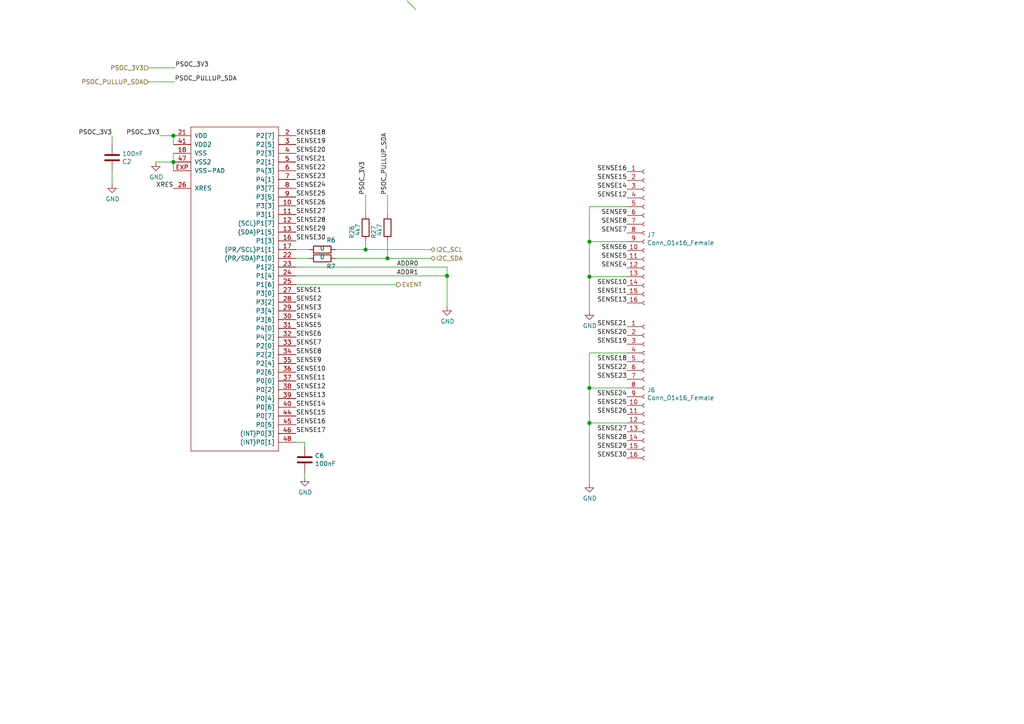
<source format=kicad_sch>
(kicad_sch (version 20211123) (generator eeschema)
  (paper "A4")
  (lib_symbols
    (symbol "Connector:Conn_01x16_Female" (pin_names (offset 1.016) hide)
      (property "Reference" "J" (at 0 20.32 0))
      (property "Value" "Conn_01x16_Female" (at 0 -22.86 0))
      (symbol "Conn_01x16_Female_1_1"
        (arc (start 0 -19.812) (mid -0.508 -20.32) (end 0 -20.828) (stroke (width 0.1524)))
        (arc (start 0 -17.272) (mid -0.508 -17.78) (end 0 -18.288) (stroke (width 0.1524)))
        (arc (start 0 -14.732) (mid -0.508 -15.24) (end 0 -15.748) (stroke (width 0.1524)))
        (arc (start 0 -12.192) (mid -0.508 -12.7) (end 0 -13.208) (stroke (width 0.1524)))
        (arc (start 0 -9.652) (mid -0.508 -10.16) (end 0 -10.668) (stroke (width 0.1524)))
        (arc (start 0 -7.112) (mid -0.508 -7.62) (end 0 -8.128) (stroke (width 0.1524)))
        (arc (start 0 -4.572) (mid -0.508 -5.08) (end 0 -5.588) (stroke (width 0.1524)))
        (arc (start 0 -2.032) (mid -0.508 -2.54) (end 0 -3.048) (stroke (width 0.1524)))
        (polyline (pts (xy -1.27 -20.32) (xy -0.508 -20.32)) (stroke (width 0.1524)))
        (polyline (pts (xy -1.27 -17.78) (xy -0.508 -17.78)) (stroke (width 0.1524)))
        (polyline (pts (xy -1.27 -15.24) (xy -0.508 -15.24)) (stroke (width 0.1524)))
        (polyline (pts (xy -1.27 -12.7) (xy -0.508 -12.7)) (stroke (width 0.1524)))
        (polyline (pts (xy -1.27 -10.16) (xy -0.508 -10.16)) (stroke (width 0.1524)))
        (polyline (pts (xy -1.27 -7.62) (xy -0.508 -7.62)) (stroke (width 0.1524)))
        (polyline (pts (xy -1.27 -5.08) (xy -0.508 -5.08)) (stroke (width 0.1524)))
        (polyline (pts (xy -1.27 -2.54) (xy -0.508 -2.54)) (stroke (width 0.1524)))
        (polyline (pts (xy -1.27 0) (xy -0.508 0)) (stroke (width 0.1524)))
        (polyline (pts (xy -1.27 2.54) (xy -0.508 2.54)) (stroke (width 0.1524)))
        (polyline (pts (xy -1.27 5.08) (xy -0.508 5.08)) (stroke (width 0.1524)))
        (polyline (pts (xy -1.27 7.62) (xy -0.508 7.62)) (stroke (width 0.1524)))
        (polyline (pts (xy -1.27 10.16) (xy -0.508 10.16)) (stroke (width 0.1524)))
        (polyline (pts (xy -1.27 12.7) (xy -0.508 12.7)) (stroke (width 0.1524)))
        (polyline (pts (xy -1.27 15.24) (xy -0.508 15.24)) (stroke (width 0.1524)))
        (polyline (pts (xy -1.27 17.78) (xy -0.508 17.78)) (stroke (width 0.1524)))
        (arc (start 0 0.508) (mid -0.508 0) (end 0 -0.508) (stroke (width 0.1524)))
        (arc (start 0 3.048) (mid -0.508 2.54) (end 0 2.032) (stroke (width 0.1524)))
        (arc (start 0 5.588) (mid -0.508 5.08) (end 0 4.572) (stroke (width 0.1524)))
        (arc (start 0 8.128) (mid -0.508 7.62) (end 0 7.112) (stroke (width 0.1524)))
        (arc (start 0 10.668) (mid -0.508 10.16) (end 0 9.652) (stroke (width 0.1524)))
        (arc (start 0 13.208) (mid -0.508 12.7) (end 0 12.192) (stroke (width 0.1524)))
        (arc (start 0 15.748) (mid -0.508 15.24) (end 0 14.732) (stroke (width 0.1524)))
        (arc (start 0 18.288) (mid -0.508 17.78) (end 0 17.272) (stroke (width 0.1524)))
        (pin passive line (at -5.08 17.78 0) (length 3.81) (name "Pin_1") (number "1"))
        (pin passive line (at -5.08 -5.08 0) (length 3.81) (name "Pin_10") (number "10"))
        (pin passive line (at -5.08 -7.62 0) (length 3.81) (name "Pin_11") (number "11"))
        (pin passive line (at -5.08 -10.16 0) (length 3.81) (name "Pin_12") (number "12"))
        (pin passive line (at -5.08 -12.7 0) (length 3.81) (name "Pin_13") (number "13"))
        (pin passive line (at -5.08 -15.24 0) (length 3.81) (name "Pin_14") (number "14"))
        (pin passive line (at -5.08 -17.78 0) (length 3.81) (name "Pin_15") (number "15"))
        (pin passive line (at -5.08 -20.32 0) (length 3.81) (name "Pin_16") (number "16"))
        (pin passive line (at -5.08 15.24 0) (length 3.81) (name "Pin_2") (number "2"))
        (pin passive line (at -5.08 12.7 0) (length 3.81) (name "Pin_3") (number "3"))
        (pin passive line (at -5.08 10.16 0) (length 3.81) (name "Pin_4") (number "4"))
        (pin passive line (at -5.08 7.62 0) (length 3.81) (name "Pin_5") (number "5"))
        (pin passive line (at -5.08 5.08 0) (length 3.81) (name "Pin_6") (number "6"))
        (pin passive line (at -5.08 2.54 0) (length 3.81) (name "Pin_7") (number "7"))
        (pin passive line (at -5.08 0 0) (length 3.81) (name "Pin_8") (number "8"))
        (pin passive line (at -5.08 -2.54 0) (length 3.81) (name "Pin_9") (number "9"))
      )
    )
    (symbol "Device:C" (pin_numbers hide) (pin_names (offset 0.254))
      (property "Reference" "C" (at 0.635 2.54 0))
      (property "Value" "C" (at 0.635 -2.54 0))
      (symbol "C_0_1"
        (polyline (pts (xy -2.032 -0.762) (xy 2.032 -0.762)) (stroke (width 0.508)))
        (polyline (pts (xy -2.032 0.762) (xy 2.032 0.762)) (stroke (width 0.508)))
      )
      (symbol "C_1_1"
        (pin passive line (at 0 3.81 270) (length 2.794) (name "~") (number "1"))
        (pin passive line (at 0 -3.81 90) (length 2.794) (name "~") (number "2"))
      )
    )
    (symbol "Device:R" (pin_numbers hide) (pin_names (offset 0))
      (property "Reference" "R" (at 2.032 0 90))
      (property "Value" "R" (at 0 0 90))
      (symbol "R_0_1"
        (rectangle (start -1.016 -2.54) (end 1.016 2.54) (stroke (width 0.254)))
      )
      (symbol "R_1_1"
        (pin passive line (at 0 3.81 270) (length 1.27) (name "~") (number "1"))
        (pin passive line (at 0 -3.81 90) (length 1.27) (name "~") (number "2"))
      )
    )
    (symbol "Gliss:CY8C206X6A" (pin_names (offset 1.016))
      (symbol "CY8C206X6A_1_0"
        (polyline (pts (xy -12.7 -48.26) (xy -12.7 45.72)))
        (polyline (pts (xy -12.7 45.72) (xy 12.7 45.72)))
        (polyline (pts (xy 12.7 -48.26) (xy -12.7 -48.26)))
        (polyline (pts (xy 12.7 45.72) (xy 12.7 -48.26)))
        (pin unspecified line (at 17.78 22.86 180) (length 5.08) (name "P3[3]") (number "10"))
        (pin unspecified line (at 17.78 20.32 180) (length 5.08) (name "P3[1]") (number "11"))
        (pin unspecified line (at 17.78 17.78 180) (length 5.08) (name "(SCL)P1[7]") (number "12"))
        (pin unspecified line (at 17.78 15.24 180) (length 5.08) (name "(SDA)P1[5]") (number "13"))
        (pin unspecified line (at 17.78 12.7 180) (length 5.08) (name "P1[3]") (number "16"))
        (pin unspecified line (at 17.78 10.16 180) (length 5.08) (name "(PR/SCL)P1[1]") (number "17"))
        (pin unspecified line (at -17.78 38.1 0) (length 5.08) (name "VSS") (number "18"))
        (pin unspecified line (at 17.78 43.18 180) (length 5.08) (name "P2[7]") (number "2"))
        (pin unspecified line (at -17.78 43.18 0) (length 5.08) (name "VDD") (number "21"))
        (pin unspecified line (at 17.78 7.62 180) (length 5.08) (name "(PR/SDA)P1[0]") (number "22"))
        (pin unspecified line (at 17.78 5.08 180) (length 5.08) (name "P1[2]") (number "23"))
        (pin unspecified line (at 17.78 2.54 180) (length 5.08) (name "P1[4]") (number "24"))
        (pin unspecified line (at 17.78 0 180) (length 5.08) (name "P1[6]") (number "25"))
        (pin unspecified line (at -17.78 27.94 0) (length 5.08) (name "XRES") (number "26"))
        (pin unspecified line (at 17.78 -2.54 180) (length 5.08) (name "P3[0]") (number "27"))
        (pin unspecified line (at 17.78 -5.08 180) (length 5.08) (name "P3[2]") (number "28"))
        (pin unspecified line (at 17.78 -7.62 180) (length 5.08) (name "P3[4]") (number "29"))
        (pin unspecified line (at 17.78 40.64 180) (length 5.08) (name "P2[5]") (number "3"))
        (pin unspecified line (at 17.78 -10.16 180) (length 5.08) (name "P3[6]") (number "30"))
        (pin unspecified line (at 17.78 -12.7 180) (length 5.08) (name "P4[0]") (number "31"))
        (pin unspecified line (at 17.78 -15.24 180) (length 5.08) (name "P4[2]") (number "32"))
        (pin unspecified line (at 17.78 -17.78 180) (length 5.08) (name "P2[0]") (number "33"))
        (pin unspecified line (at 17.78 -20.32 180) (length 5.08) (name "P2[2]") (number "34"))
        (pin unspecified line (at 17.78 -22.86 180) (length 5.08) (name "P2[4]") (number "35"))
        (pin unspecified line (at 17.78 -25.4 180) (length 5.08) (name "P2[6]") (number "36"))
        (pin unspecified line (at 17.78 -27.94 180) (length 5.08) (name "P0[0]") (number "37"))
        (pin unspecified line (at 17.78 -30.48 180) (length 5.08) (name "P0[2]") (number "38"))
        (pin unspecified line (at 17.78 -33.02 180) (length 5.08) (name "P0[4]") (number "39"))
        (pin unspecified line (at 17.78 38.1 180) (length 5.08) (name "P2[3]") (number "4"))
        (pin unspecified line (at 17.78 -35.56 180) (length 5.08) (name "P0[6]") (number "40"))
        (pin unspecified line (at -17.78 40.64 0) (length 5.08) (name "VDD2") (number "41"))
        (pin unspecified line (at 17.78 -38.1 180) (length 5.08) (name "P0[7]") (number "44"))
        (pin unspecified line (at 17.78 -40.64 180) (length 5.08) (name "P0[5]") (number "45"))
        (pin unspecified line (at 17.78 -43.18 180) (length 5.08) (name "(INT)P0[3]") (number "46"))
        (pin unspecified line (at -17.78 35.56 0) (length 5.08) (name "VSS2") (number "47"))
        (pin unspecified line (at 17.78 -45.72 180) (length 5.08) (name "(INT)P0[1]") (number "48"))
        (pin unspecified line (at 17.78 35.56 180) (length 5.08) (name "P2[1]") (number "5"))
        (pin unspecified line (at 17.78 33.02 180) (length 5.08) (name "P4[3]") (number "6"))
        (pin unspecified line (at 17.78 30.48 180) (length 5.08) (name "P4[1]") (number "7"))
        (pin unspecified line (at 17.78 27.94 180) (length 5.08) (name "P3[7]") (number "8"))
        (pin unspecified line (at 17.78 25.4 180) (length 5.08) (name "P3[5]") (number "9"))
        (pin unspecified line (at -17.78 33.02 0) (length 5.08) (name "VSS-PAD") (number "EXP"))
      )
    )
    (symbol "power:GND" (power) (pin_names (offset 0))
      (property "Value" "GND" (at 0 -3.81 0))
      (symbol "GND_0_1"
        (polyline (pts (xy 0 0) (xy 0 -1.27) (xy 1.27 -1.27) (xy 0 -2.54) (xy -1.27 -1.27) (xy 0 -1.27)))
      )
      (symbol "GND_1_1"
        (pin power_in line (at 0 0 270) (length 0) hide (name "GND") (number "1"))
      )
    )
  )
  (junction (at 170.942 80.264) (diameter 1.016))
  (junction (at 50.292 39.37) (diameter 1.016))
  (junction (at 170.942 112.522) (diameter 1.016))
  (junction (at 129.667 80.01) (diameter 1.016))
  (junction (at 170.942 70.104) (diameter 1.016))
  (junction (at 106.045 72.39) (diameter 1.016))
  (junction (at 112.395 74.93) (diameter 1.016))
  (junction (at 170.942 122.682) (diameter 1.016))
  (junction (at 50.292 46.99) (diameter 1.016))
  (bus_entry (at 118.0592 0.2286) (size 2.54 2.54))
  (wire (pts (xy 129.667 77.47) (xy 129.667 80.01)))
  (wire (pts (xy 46.355 39.37) (xy 50.292 39.37)))
  (wire (pts (xy 85.852 77.47) (xy 129.667 77.47)))
  (wire (pts (xy 129.667 80.01) (xy 129.667 88.9)))
  (wire (pts (xy 181.864 102.362) (xy 170.942 102.362)))
  (wire (pts (xy 85.852 72.39) (xy 89.662 72.39)))
  (wire (pts (xy 112.395 74.93) (xy 124.968 74.93)))
  (wire (pts (xy 97.282 72.39) (xy 106.045 72.39)))
  (wire (pts (xy 170.942 80.264) (xy 181.864 80.264)))
  (wire (pts (xy 43.18 19.685) (xy 50.8 19.685)))
  (wire (pts (xy 106.045 56.515) (xy 106.045 62.23)))
  (wire (pts (xy 50.292 46.99) (xy 45.212 46.99)))
  (wire (pts (xy 85.852 80.01) (xy 129.667 80.01)))
  (wire (pts (xy 106.045 69.85) (xy 106.045 72.39)))
  (wire (pts (xy 88.392 137.16) (xy 88.392 138.43)))
  (wire (pts (xy 88.392 129.54) (xy 88.392 128.27)))
  (wire (pts (xy 170.942 70.104) (xy 170.942 80.264)))
  (wire (pts (xy 50.292 39.37) (xy 50.292 41.91)))
  (wire (pts (xy 170.942 122.682) (xy 170.942 140.208)))
  (wire (pts (xy 112.395 62.23) (xy 112.395 56.515)))
  (wire (pts (xy 43.053 23.749) (xy 50.673 23.749)))
  (wire (pts (xy 170.942 102.362) (xy 170.942 112.522)))
  (wire (pts (xy 106.045 72.39) (xy 124.968 72.39)))
  (wire (pts (xy 88.392 128.27) (xy 85.852 128.27)))
  (wire (pts (xy 170.942 59.944) (xy 170.942 70.104)))
  (wire (pts (xy 85.852 74.93) (xy 89.662 74.93)))
  (wire (pts (xy 112.395 69.85) (xy 112.395 74.93)))
  (wire (pts (xy 50.292 44.45) (xy 50.292 46.99)))
  (wire (pts (xy 32.512 39.37) (xy 32.512 41.91)))
  (wire (pts (xy 181.864 112.522) (xy 170.942 112.522)))
  (wire (pts (xy 97.282 74.93) (xy 112.395 74.93)))
  (wire (pts (xy 170.942 112.522) (xy 170.942 122.682)))
  (wire (pts (xy 85.852 82.55) (xy 115.062 82.55)))
  (wire (pts (xy 170.942 70.104) (xy 181.864 70.104)))
  (wire (pts (xy 50.292 46.99) (xy 50.292 49.53)))
  (wire (pts (xy 170.942 59.944) (xy 181.864 59.944)))
  (wire (pts (xy 181.864 122.682) (xy 170.942 122.682)))
  (wire (pts (xy 32.512 49.53) (xy 32.512 53.34)))
  (wire (pts (xy 170.942 80.264) (xy 170.942 90.17)))
  (label "SENSE15" (at 85.852 120.65 0))
  (label "SENSE13" (at 181.864 87.884 180))
  (label "XRES" (at 50.292 54.61 180))
  (label "SENSE28" (at 181.864 127.762 180))
  (label "SENSE29" (at 85.852 67.31 0))
  (label "SENSE24" (at 181.864 115.062 180))
  (label "SENSE25" (at 85.852 57.15 0))
  (label "SENSE22" (at 85.852 49.53 0))
  (label "SENSE4" (at 85.852 92.71 0))
  (label "SENSE2" (at 85.852 87.63 0))
  (label "SENSE28" (at 85.852 64.77 0))
  (label "SENSE23" (at 85.852 52.07 0))
  (label "SENSE18" (at 181.864 104.902 180))
  (label "SENSE6" (at 181.864 72.644 180))
  (label "SENSE21" (at 85.852 46.99 0))
  (label "SENSE20" (at 85.852 44.45 0))
  (label "SENSE10" (at 181.864 82.804 180))
  (label "SENSE10" (at 85.852 107.95 0))
  (label "SENSE7" (at 85.852 100.33 0))
  (label "SENSE20" (at 181.864 97.282 180))
  (label "SENSE14" (at 181.864 54.864 180))
  (label "SENSE9" (at 85.852 105.41 0))
  (label "SENSE30" (at 181.864 132.842 180))
  (label "PSOC_3V3" (at 46.355 39.37 180))
  (label "SENSE5" (at 85.852 95.25 0))
  (label "SENSE24" (at 85.852 54.61 0))
  (label "SENSE23" (at 181.864 109.982 180))
  (label "SENSE8" (at 181.864 65.024 180))
  (label "SENSE21" (at 181.864 94.742 180))
  (label "ADDR1" (at 115.062 80.01 0))
  (label "SENSE11" (at 181.864 85.344 180))
  (label "PSOC_3V3" (at 50.8 19.685 0))
  (label "SENSE14" (at 85.852 118.11 0))
  (label "SENSE17" (at 85.852 125.73 0))
  (label "SENSE8" (at 85.852 102.87 0))
  (label "SENSE19" (at 181.864 99.822 180))
  (label "SENSE18" (at 85.852 39.37 0))
  (label "SENSE4" (at 181.864 77.724 180))
  (label "PSOC_PULLUP_SDA" (at 112.395 56.515 90))
  (label "SENSE26" (at 85.852 59.69 0))
  (label "SENSE22" (at 181.864 107.442 180))
  (label "SENSE16" (at 85.852 123.19 0))
  (label "ADDR0" (at 115.062 77.47 0))
  (label "SENSE7" (at 181.864 67.564 180))
  (label "PSOC_PULLUP_SDA" (at 50.673 23.749 0))
  (label "SENSE30" (at 85.852 69.85 0))
  (label "SENSE26" (at 181.864 120.142 180))
  (label "SENSE12" (at 85.852 113.03 0))
  (label "SENSE12" (at 181.864 57.404 180))
  (label "SENSE1" (at 85.852 85.09 0))
  (label "SENSE5" (at 181.864 75.184 180))
  (label "SENSE27" (at 181.864 125.222 180))
  (label "SENSE6" (at 85.852 97.79 0))
  (label "SENSE29" (at 181.864 130.302 180))
  (label "SENSE27" (at 85.852 62.23 0))
  (label "SENSE19" (at 85.852 41.91 0))
  (label "SENSE25" (at 181.864 117.602 180))
  (label "SENSE16" (at 181.864 49.784 180))
  (label "SENSE9" (at 181.864 62.484 180))
  (label "PSOC_3V3" (at 106.045 56.515 90))
  (label "SENSE15" (at 181.864 52.324 180))
  (label "SENSE13" (at 85.852 115.57 0))
  (label "PSOC_3V3" (at 32.512 39.37 180))
  (label "SENSE11" (at 85.852 110.49 0))
  (label "SENSE3" (at 85.852 90.17 0))
  (hierarchical_label "I2C_SDA" (shape bidirectional) (at 124.968 74.93 0))
  (hierarchical_label "PSOC_PULLUP_SDA" (shape input) (at 43.053 23.749 180))
  (hierarchical_label "EVENT" (shape output) (at 115.062 82.55 0))
  (hierarchical_label "PSOC_3V3" (shape input) (at 43.18 19.685 180))
  (hierarchical_label "I2C_SCL" (shape bidirectional) (at 124.968 72.39 0))
  (symbol (lib_id "Device:R") (at 112.395 66.04 0) (unit 1)
    (property "Reference" "R27" (at 108.4072 67.31 90))
    (property "Value" "4k7" (at 110.0836 66.675 90))
    (property "Footprint" "Resistor_SMD:R_0402_1005Metric" (effects hide))
  )
  (symbol (lib_id "Connector:Conn_01x16_Female") (at 186.944 112.522 0) (unit 1)
    (property "Reference" "J6" (at 187.6552 113.1062 0) (effects (justify left)))
    (property "Value" "Conn_01x16_Female" (at 187.6553 115.3985 0) (effects (justify left)))
    (property "Footprint" "Connector_PinHeader_2.54mm:PinHeader_1x16_P2.54mm_Vertical" (effects hide))
    (property "MANUFACTURER" "3M" (effects hide))
    (property "manf#" "929870-01-16-RA " (effects hide))
  )
  (symbol (lib_id "Device:R") (at 93.472 72.39 270) (unit 1)
    (property "Reference" "R6" (at 96.012 69.6722 90))
    (property "Value" "0" (at 93.472 71.9836 90))
    (property "Footprint" "Resistor_SMD:R_0402_1005Metric" (effects hide))
  )
  (symbol (lib_id "power:GND") (at 170.942 140.208 0) (unit 1)
    (property "Reference" "#PWR0102" (effects hide))
    (property "Value" "GND" (at 171.0563 144.5324 0))
  )
  (symbol (lib_id "power:GND") (at 129.667 88.9 0) (unit 1)
    (property "Reference" "#PWR023" (effects hide))
    (property "Value" "GND" (at 129.7813 93.2244 0))
  )
  (symbol (lib_id "Gliss:CY8C206X6A") (at 68.072 82.55 0) (unit 1)
    (property "Reference" "U30" (effects hide))
    (property "Value" "CY8C206X6A" (effects hide))
    (property "Footprint" "Gliss:QFN48-LEADS" (effects hide))
    (property "manf#" "CY8C20636A-24LTXI" (effects hide))
  )
  (symbol (lib_id "power:GND") (at 32.512 53.34 0) (unit 1)
    (property "Reference" "#PWR06" (effects hide))
    (property "Value" "GND" (at 32.639 57.7342 0))
  )
  (symbol (lib_id "Device:R") (at 93.472 74.93 270) (unit 1)
    (property "Reference" "R7" (at 96.012 77.2922 90))
    (property "Value" "0" (at 93.472 74.5236 90))
    (property "Footprint" "Resistor_SMD:R_0402_1005Metric" (effects hide))
  )
  (symbol (lib_id "Device:C") (at 32.512 45.72 0) (mirror x) (unit 1)
    (property "Reference" "C2" (at 35.433 46.8884 0) (effects (justify left)))
    (property "Value" "100nF" (at 35.433 44.577 0) (effects (justify left)))
    (property "Footprint" "Capacitor_SMD:C_0402_1005Metric" (effects hide))
  )
  (symbol (lib_id "power:GND") (at 45.212 46.99 0) (unit 1)
    (property "Reference" "#PWR010" (effects hide))
    (property "Value" "GND" (at 45.339 51.3842 0))
  )
  (symbol (lib_id "Connector:Conn_01x16_Female") (at 186.944 67.564 0) (unit 1)
    (property "Reference" "J7" (at 187.6552 68.1482 0) (effects (justify left)))
    (property "Value" "Conn_01x16_Female" (at 187.6553 70.4405 0) (effects (justify left)))
    (property "Footprint" "Connector_PinHeader_2.54mm:PinHeader_1x16_P2.54mm_Vertical" (effects hide))
    (property "MANUFACTURER" "3M" (effects hide))
    (property "manf#" "929870-01-16-RA " (effects hide))
  )
  (symbol (lib_id "Device:C") (at 88.392 133.35 0) (unit 1)
    (property "Reference" "C6" (at 91.313 132.1816 0) (effects (justify left)))
    (property "Value" "100nF" (at 91.313 134.493 0) (effects (justify left)))
    (property "Footprint" "Capacitor_SMD:C_0402_1005Metric" (effects hide))
  )
  (symbol (lib_id "Device:R") (at 106.045 66.04 0) (unit 1)
    (property "Reference" "R26" (at 102.0572 67.31 90))
    (property "Value" "4k7" (at 103.7336 66.675 90))
    (property "Footprint" "Resistor_SMD:R_0402_1005Metric" (effects hide))
  )
  (symbol (lib_id "power:GND") (at 88.392 138.43 0) (unit 1)
    (property "Reference" "#PWR018" (effects hide))
    (property "Value" "GND" (at 88.519 142.8242 0))
  )
  (symbol (lib_id "power:GND") (at 170.942 90.17 0) (unit 1)
    (property "Reference" "#PWR0101" (effects hide))
    (property "Value" "GND" (at 171.0563 94.4944 0))
  )
)
</source>
